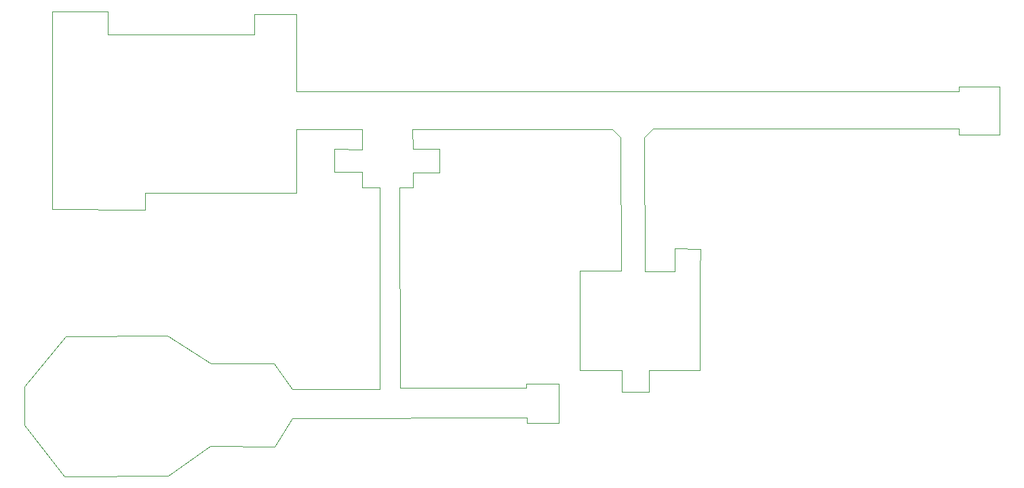
<source format=gbr>
%TF.GenerationSoftware,KiCad,Pcbnew,8.0.5*%
%TF.CreationDate,2025-02-13T07:49:46+01:00*%
%TF.ProjectId,flexpcb,666c6578-7063-4622-9e6b-696361645f70,rev?*%
%TF.SameCoordinates,Original*%
%TF.FileFunction,Profile,NP*%
%FSLAX46Y46*%
G04 Gerber Fmt 4.6, Leading zero omitted, Abs format (unit mm)*
G04 Created by KiCad (PCBNEW 8.0.5) date 2025-02-13 07:49:46*
%MOMM*%
%LPD*%
G01*
G04 APERTURE LIST*
%TA.AperFunction,Profile*%
%ADD10C,0.050000*%
%TD*%
G04 APERTURE END LIST*
D10*
X84480000Y-67110000D02*
X102760000Y-67140000D01*
X102760000Y-64560000D01*
X108010000Y-64560000D01*
X108010000Y-74260075D01*
X190710000Y-74240075D01*
X190710000Y-73620000D01*
X195820000Y-73620000D01*
X195820000Y-79650000D01*
X190730000Y-79690000D01*
X190740522Y-78906123D01*
X152570000Y-78937967D01*
X151480000Y-79990000D01*
X151540000Y-96750000D01*
X155290000Y-96750000D01*
X155290000Y-93928506D01*
X158448107Y-93968986D01*
X158420000Y-96750000D01*
X158390000Y-109090000D01*
X152030000Y-109090000D01*
X152030000Y-111810000D01*
X148640000Y-111860000D01*
X148640000Y-109090000D01*
X143380000Y-109090000D01*
X143380000Y-96660000D01*
X148550000Y-96660000D01*
X148510000Y-80040000D01*
X147440000Y-78990145D01*
X122530000Y-79020000D01*
X122556072Y-81424488D01*
X125861862Y-81439425D01*
X125892657Y-84426512D01*
X122604479Y-84440716D01*
X122608927Y-86299117D01*
X120893020Y-86299779D01*
X120993018Y-111360070D01*
X136672787Y-111342141D01*
X136680000Y-110790000D01*
X140760000Y-110790000D01*
X140810000Y-115760000D01*
X136760000Y-115730000D01*
X136756901Y-115094678D01*
X107480000Y-115110000D01*
X105300000Y-118653382D01*
X97301202Y-118620000D01*
X91988003Y-122310889D01*
X79030000Y-122380000D01*
X74100000Y-115970000D01*
X74083109Y-111179563D01*
X79200000Y-104880000D01*
X91950000Y-104850000D01*
X97363049Y-108247549D01*
X105260000Y-108290000D01*
X107480000Y-111466746D01*
X118451582Y-111505691D01*
X118391569Y-86269129D01*
X116230000Y-86250000D01*
X116230000Y-84360000D01*
X112780000Y-84340000D01*
X112792050Y-81472276D01*
X116230000Y-81492264D01*
X116230000Y-79020000D01*
X108020000Y-79020000D01*
X108010000Y-86930000D01*
X89170000Y-86930000D01*
X89170000Y-89019387D01*
X77530000Y-89010000D01*
X77530000Y-64270000D01*
X84480000Y-64270000D01*
X84480000Y-67110000D01*
M02*

</source>
